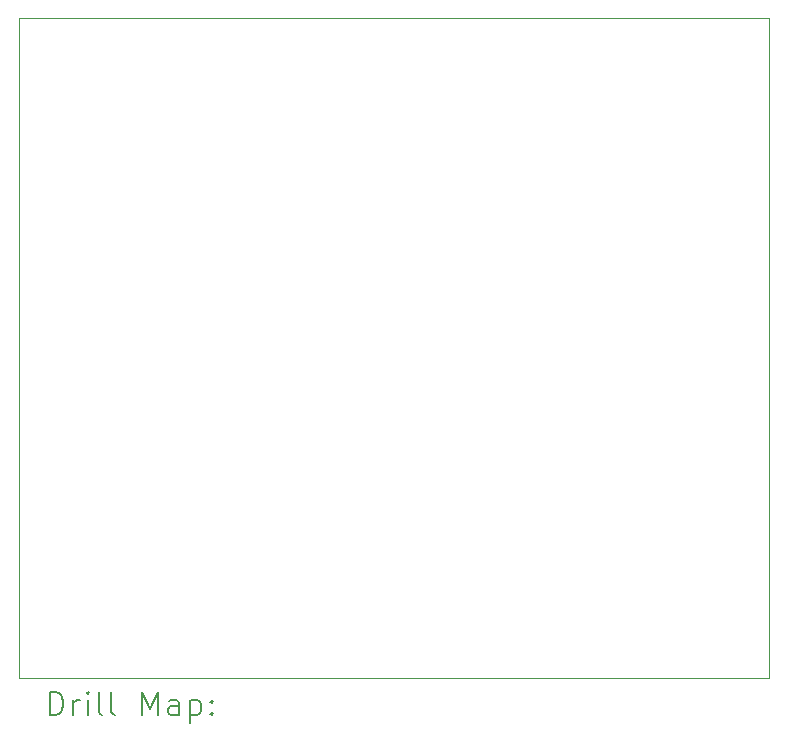
<source format=gbr>
%TF.GenerationSoftware,KiCad,Pcbnew,8.0.6*%
%TF.CreationDate,2024-12-05T17:18:26+01:00*%
%TF.ProjectId,Kabelsperma,4b616265-6c73-4706-9572-6d612e6b6963,rev?*%
%TF.SameCoordinates,Original*%
%TF.FileFunction,Drillmap*%
%TF.FilePolarity,Positive*%
%FSLAX45Y45*%
G04 Gerber Fmt 4.5, Leading zero omitted, Abs format (unit mm)*
G04 Created by KiCad (PCBNEW 8.0.6) date 2024-12-05 17:18:26*
%MOMM*%
%LPD*%
G01*
G04 APERTURE LIST*
%ADD10C,0.050000*%
%ADD11C,0.200000*%
G04 APERTURE END LIST*
D10*
X10922000Y-4572000D02*
X4572000Y-4572000D01*
X4572000Y-10160000D01*
X10922000Y-10160000D01*
X10922000Y-4572000D01*
D11*
X4830277Y-10473984D02*
X4830277Y-10273984D01*
X4830277Y-10273984D02*
X4877896Y-10273984D01*
X4877896Y-10273984D02*
X4906467Y-10283508D01*
X4906467Y-10283508D02*
X4925515Y-10302555D01*
X4925515Y-10302555D02*
X4935039Y-10321603D01*
X4935039Y-10321603D02*
X4944563Y-10359698D01*
X4944563Y-10359698D02*
X4944563Y-10388270D01*
X4944563Y-10388270D02*
X4935039Y-10426365D01*
X4935039Y-10426365D02*
X4925515Y-10445412D01*
X4925515Y-10445412D02*
X4906467Y-10464460D01*
X4906467Y-10464460D02*
X4877896Y-10473984D01*
X4877896Y-10473984D02*
X4830277Y-10473984D01*
X5030277Y-10473984D02*
X5030277Y-10340650D01*
X5030277Y-10378746D02*
X5039801Y-10359698D01*
X5039801Y-10359698D02*
X5049324Y-10350174D01*
X5049324Y-10350174D02*
X5068372Y-10340650D01*
X5068372Y-10340650D02*
X5087420Y-10340650D01*
X5154086Y-10473984D02*
X5154086Y-10340650D01*
X5154086Y-10273984D02*
X5144563Y-10283508D01*
X5144563Y-10283508D02*
X5154086Y-10293031D01*
X5154086Y-10293031D02*
X5163610Y-10283508D01*
X5163610Y-10283508D02*
X5154086Y-10273984D01*
X5154086Y-10273984D02*
X5154086Y-10293031D01*
X5277896Y-10473984D02*
X5258848Y-10464460D01*
X5258848Y-10464460D02*
X5249324Y-10445412D01*
X5249324Y-10445412D02*
X5249324Y-10273984D01*
X5382658Y-10473984D02*
X5363610Y-10464460D01*
X5363610Y-10464460D02*
X5354086Y-10445412D01*
X5354086Y-10445412D02*
X5354086Y-10273984D01*
X5611229Y-10473984D02*
X5611229Y-10273984D01*
X5611229Y-10273984D02*
X5677896Y-10416841D01*
X5677896Y-10416841D02*
X5744562Y-10273984D01*
X5744562Y-10273984D02*
X5744562Y-10473984D01*
X5925515Y-10473984D02*
X5925515Y-10369222D01*
X5925515Y-10369222D02*
X5915991Y-10350174D01*
X5915991Y-10350174D02*
X5896943Y-10340650D01*
X5896943Y-10340650D02*
X5858848Y-10340650D01*
X5858848Y-10340650D02*
X5839801Y-10350174D01*
X5925515Y-10464460D02*
X5906467Y-10473984D01*
X5906467Y-10473984D02*
X5858848Y-10473984D01*
X5858848Y-10473984D02*
X5839801Y-10464460D01*
X5839801Y-10464460D02*
X5830277Y-10445412D01*
X5830277Y-10445412D02*
X5830277Y-10426365D01*
X5830277Y-10426365D02*
X5839801Y-10407317D01*
X5839801Y-10407317D02*
X5858848Y-10397793D01*
X5858848Y-10397793D02*
X5906467Y-10397793D01*
X5906467Y-10397793D02*
X5925515Y-10388270D01*
X6020753Y-10340650D02*
X6020753Y-10540650D01*
X6020753Y-10350174D02*
X6039801Y-10340650D01*
X6039801Y-10340650D02*
X6077896Y-10340650D01*
X6077896Y-10340650D02*
X6096943Y-10350174D01*
X6096943Y-10350174D02*
X6106467Y-10359698D01*
X6106467Y-10359698D02*
X6115991Y-10378746D01*
X6115991Y-10378746D02*
X6115991Y-10435889D01*
X6115991Y-10435889D02*
X6106467Y-10454936D01*
X6106467Y-10454936D02*
X6096943Y-10464460D01*
X6096943Y-10464460D02*
X6077896Y-10473984D01*
X6077896Y-10473984D02*
X6039801Y-10473984D01*
X6039801Y-10473984D02*
X6020753Y-10464460D01*
X6201705Y-10454936D02*
X6211229Y-10464460D01*
X6211229Y-10464460D02*
X6201705Y-10473984D01*
X6201705Y-10473984D02*
X6192182Y-10464460D01*
X6192182Y-10464460D02*
X6201705Y-10454936D01*
X6201705Y-10454936D02*
X6201705Y-10473984D01*
X6201705Y-10350174D02*
X6211229Y-10359698D01*
X6211229Y-10359698D02*
X6201705Y-10369222D01*
X6201705Y-10369222D02*
X6192182Y-10359698D01*
X6192182Y-10359698D02*
X6201705Y-10350174D01*
X6201705Y-10350174D02*
X6201705Y-10369222D01*
M02*

</source>
